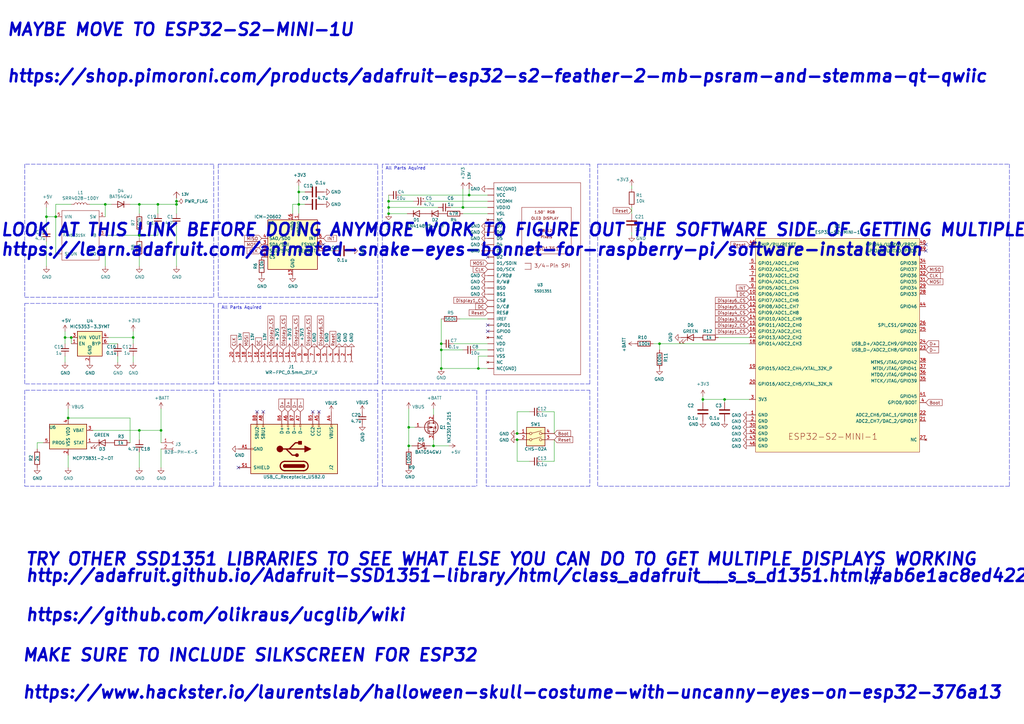
<source format=kicad_sch>
(kicad_sch (version 20211123) (generator eeschema)
  (paper "A3")
  (junction (at 180.975 140.97))
  (junction (at 212.09 180.34))
  (junction (at 189.865 85.09))
  (junction (at 159.385 87.63))
  (junction (at 180.975 151.13))
  (junction (at 297.18 163.83))
  (junction (at 26.67 138.43))
  (junction (at 57.15 176.53))
  (junction (at 167.64 182.88))
  (junction (at 196.215 151.13))
  (junction (at 192.405 80.01))
  (junction (at 212.09 177.8))
  (junction (at 19.05 88.9))
  (junction (at 122.555 83.82))
  (junction (at 64.77 83.82))
  (junction (at 57.15 83.82))
  (junction (at 167.64 175.26))
  (junction (at 159.385 85.09))
  (junction (at 57.15 96.52))
  (junction (at 177.8 182.88))
  (junction (at 159.385 82.55))
  (junction (at 72.39 82.55))
  (junction (at 180.975 143.51))
  (junction (at 122.555 78.74))
  (junction (at 43.18 83.82))
  (junction (at 54.61 138.43))
  (junction (at 288.29 163.83))
  (junction (at 270.51 140.97))
  (junction (at 29.21 138.43))
  (junction (at 22.86 88.9))
  (junction (at 66.04 176.53))
  (junction (at 72.39 83.82))
  (junction (at 27.94 171.45))
  (no_connect (at 132.715 100.33))
  (no_connect (at 97.79 191.77))
  (no_connect (at 200.025 105.41))
  (no_connect (at 379.73 102.87))
  (no_connect (at 379.73 100.33))
  (no_connect (at 200.025 133.35))
  (no_connect (at 107.95 168.91))
  (no_connect (at 105.41 168.91))
  (no_connect (at 128.27 168.91))
  (no_connect (at 130.81 168.91))
  (no_connect (at 200.025 135.89))
  (polyline (pts (xy 10.16 67.31) (xy 10.16 121.92)))
  (polyline (pts (xy 10.16 124.46) (xy 87.63 124.46)))
  (wire (pts (xy 200.025 130.81) (xy 188.595 130.81)))
  (wire (pts (xy 212.09 180.34) (xy 212.09 189.23)))
  (wire (pts (xy 64.77 83.82) (xy 72.39 83.82)))
  (wire (pts (xy 64.77 96.52) (xy 64.77 92.71)))
  (wire (pts (xy 177.8 182.88) (xy 176.53 182.88)))
  (wire (pts (xy 192.405 77.47) (xy 192.405 80.01)))
  (wire (pts (xy 192.405 80.01) (xy 164.465 80.01)))
  (wire (pts (xy 227.33 189.23) (xy 222.25 189.23)))
  (wire (pts (xy 227.33 177.8) (xy 227.33 168.91)))
  (wire (pts (xy 270.51 140.97) (xy 270.51 143.51)))
  (wire (pts (xy 43.18 109.22) (xy 43.18 104.14)))
  (wire (pts (xy 180.975 140.97) (xy 180.975 130.81)))
  (wire (pts (xy 125.095 83.82) (xy 122.555 83.82)))
  (polyline (pts (xy 90.17 199.39) (xy 90.17 160.02)))
  (polyline (pts (xy 156.845 160.02) (xy 195.58 160.02)))
  (polyline (pts (xy 10.16 121.92) (xy 87.63 121.92)))
  (wire (pts (xy 64.77 87.63) (xy 64.77 83.82)))
  (wire (pts (xy 217.17 168.91) (xy 212.09 168.91)))
  (polyline (pts (xy 10.16 160.02) (xy 10.16 199.39)))
  (wire (pts (xy 44.45 138.43) (xy 54.61 138.43)))
  (wire (pts (xy 66.04 191.77) (xy 66.04 184.15)))
  (wire (pts (xy 122.555 83.82) (xy 122.555 87.63)))
  (wire (pts (xy 297.18 163.83) (xy 297.18 165.1)))
  (wire (pts (xy 26.67 140.97) (xy 26.67 138.43)))
  (wire (pts (xy 288.29 163.83) (xy 297.18 163.83)))
  (wire (pts (xy 200.025 143.51) (xy 194.945 143.51)))
  (polyline (pts (xy 199.39 160.02) (xy 241.935 160.02)))
  (polyline (pts (xy 241.935 157.48) (xy 156.845 157.48)))
  (wire (pts (xy 27.94 171.45) (xy 53.34 171.45)))
  (wire (pts (xy 174.625 82.55) (xy 200.025 82.55)))
  (polyline (pts (xy 154.94 121.92) (xy 154.94 67.31)))
  (wire (pts (xy 19.05 109.22) (xy 19.05 99.06)))
  (polyline (pts (xy 154.94 67.31) (xy 89.535 67.31)))
  (polyline (pts (xy 241.935 157.48) (xy 241.935 67.31)))
  (wire (pts (xy 196.215 151.13) (xy 200.025 151.13)))
  (wire (pts (xy 177.8 182.88) (xy 184.15 182.88)))
  (wire (pts (xy 259.08 87.63) (xy 259.08 85.09)))
  (wire (pts (xy 53.34 171.45) (xy 53.34 181.61)))
  (wire (pts (xy 159.385 85.09) (xy 159.385 87.63)))
  (wire (pts (xy 168.91 182.88) (xy 167.64 182.88)))
  (wire (pts (xy 72.39 87.63) (xy 72.39 83.82)))
  (polyline (pts (xy 154.94 199.39) (xy 89.535 199.39)))
  (wire (pts (xy 167.64 184.15) (xy 167.64 182.88)))
  (wire (pts (xy 167.64 182.88) (xy 167.64 175.26)))
  (wire (pts (xy 167.64 175.26) (xy 170.18 175.26)))
  (polyline (pts (xy 154.94 157.48) (xy 89.535 157.48)))
  (wire (pts (xy 54.61 138.43) (xy 54.61 140.97)))
  (wire (pts (xy 66.04 176.53) (xy 66.04 181.61)))
  (wire (pts (xy 53.34 83.82) (xy 57.15 83.82)))
  (polyline (pts (xy 87.63 160.02) (xy 10.16 160.02)))
  (polyline (pts (xy 89.535 124.46) (xy 89.535 157.48)))
  (wire (pts (xy 19.05 85.09) (xy 19.05 88.9)))
  (wire (pts (xy 27.94 167.64) (xy 27.94 171.45)))
  (polyline (pts (xy 89.535 67.31) (xy 89.535 121.92)))
  (wire (pts (xy 57.15 97.79) (xy 57.15 96.52)))
  (wire (pts (xy 212.09 168.91) (xy 212.09 177.8)))
  (wire (pts (xy 192.405 80.01) (xy 200.025 80.01)))
  (polyline (pts (xy 87.63 199.39) (xy 87.63 160.02)))
  (wire (pts (xy 36.83 83.82) (xy 43.18 83.82)))
  (wire (pts (xy 57.15 176.53) (xy 66.04 176.53)))
  (wire (pts (xy 270.51 140.97) (xy 307.34 140.97)))
  (wire (pts (xy 122.555 76.2) (xy 122.555 78.74)))
  (polyline (pts (xy 10.16 157.48) (xy 10.16 124.46)))
  (polyline (pts (xy 241.935 199.39) (xy 199.39 199.39)))
  (wire (pts (xy 19.05 88.9) (xy 19.05 93.98)))
  (wire (pts (xy 132.715 102.87) (xy 136.525 102.87)))
  (polyline (pts (xy 154.94 160.02) (xy 89.535 160.02)))
  (wire (pts (xy 26.67 148.59) (xy 26.67 146.05)))
  (wire (pts (xy 43.18 83.82) (xy 43.18 88.9)))
  (wire (pts (xy 177.8 182.88) (xy 177.8 180.34)))
  (wire (pts (xy 15.24 184.15) (xy 15.24 181.61)))
  (wire (pts (xy 122.555 78.74) (xy 122.555 83.82)))
  (wire (pts (xy 189.865 143.51) (xy 180.975 143.51)))
  (wire (pts (xy 189.865 87.63) (xy 200.025 87.63)))
  (wire (pts (xy 44.45 140.97) (xy 48.26 140.97)))
  (wire (pts (xy 72.39 82.55) (xy 72.39 83.82)))
  (wire (pts (xy 169.545 82.55) (xy 159.385 82.55)))
  (wire (pts (xy 180.975 143.51) (xy 180.975 151.13)))
  (wire (pts (xy 22.86 88.9) (xy 22.86 104.14)))
  (wire (pts (xy 27.94 191.77) (xy 27.94 186.69)))
  (wire (pts (xy 125.095 78.74) (xy 122.555 78.74)))
  (wire (pts (xy 26.67 138.43) (xy 26.67 135.89)))
  (polyline (pts (xy 245.11 67.31) (xy 414.02 67.31)))
  (wire (pts (xy 22.86 83.82) (xy 29.21 83.82)))
  (wire (pts (xy 184.785 85.09) (xy 189.865 85.09)))
  (wire (pts (xy 38.1 176.53) (xy 57.15 176.53)))
  (polyline (pts (xy 87.63 67.31) (xy 10.16 67.31)))
  (wire (pts (xy 57.15 191.77) (xy 57.15 185.42)))
  (wire (pts (xy 189.865 77.47) (xy 189.865 85.09)))
  (wire (pts (xy 196.215 146.05) (xy 196.215 151.13)))
  (wire (pts (xy 200.025 146.05) (xy 196.215 146.05)))
  (wire (pts (xy 43.18 83.82) (xy 45.72 83.82)))
  (polyline (pts (xy 154.94 157.48) (xy 154.94 124.46)))
  (polyline (pts (xy 154.94 124.46) (xy 89.535 124.46)))
  (wire (pts (xy 159.385 82.55) (xy 159.385 80.01)))
  (wire (pts (xy 72.39 81.28) (xy 72.39 82.55)))
  (polyline (pts (xy 414.02 67.31) (xy 414.02 199.39)))
  (polyline (pts (xy 156.845 160.02) (xy 156.845 199.39)))
  (polyline (pts (xy 199.39 160.02) (xy 199.39 199.39)))
  (wire (pts (xy 259.08 96.52) (xy 259.08 95.25)))
  (wire (pts (xy 54.61 148.59) (xy 54.61 146.05)))
  (wire (pts (xy 57.15 96.52) (xy 64.77 96.52)))
  (wire (pts (xy 22.86 88.9) (xy 19.05 88.9)))
  (wire (pts (xy 180.975 143.51) (xy 180.975 140.97)))
  (wire (pts (xy 189.865 85.09) (xy 200.025 85.09)))
  (wire (pts (xy 29.21 138.43) (xy 26.67 138.43)))
  (wire (pts (xy 120.015 83.82) (xy 122.555 83.82)))
  (polyline (pts (xy 156.845 199.39) (xy 195.58 199.39)))
  (wire (pts (xy 57.15 96.52) (xy 57.15 95.25)))
  (polyline (pts (xy 10.16 199.39) (xy 87.63 199.39)))
  (wire (pts (xy 159.385 82.55) (xy 159.385 85.09)))
  (wire (pts (xy 167.64 167.64) (xy 167.64 175.26)))
  (wire (pts (xy 57.15 109.22) (xy 57.15 105.41)))
  (polyline (pts (xy 156.845 67.31) (xy 156.845 157.48)))
  (polyline (pts (xy 241.935 160.02) (xy 241.935 199.39)))
  (polyline (pts (xy 195.58 160.02) (xy 195.58 199.39)))
  (wire (pts (xy 29.21 138.43) (xy 29.21 140.97)))
  (wire (pts (xy 54.61 135.89) (xy 54.61 138.43)))
  (polyline (pts (xy 154.94 199.39) (xy 154.94 160.02)))
  (wire (pts (xy 227.33 168.91) (xy 222.25 168.91)))
  (wire (pts (xy 297.18 163.83) (xy 307.34 163.83)))
  (wire (pts (xy 180.975 151.13) (xy 196.215 151.13)))
  (wire (pts (xy 212.09 189.23) (xy 217.17 189.23)))
  (wire (pts (xy 186.055 140.97) (xy 200.025 140.97)))
  (polyline (pts (xy 89.535 121.92) (xy 154.94 121.92)))
  (wire (pts (xy 288.29 163.83) (xy 288.29 165.1)))
  (wire (pts (xy 57.15 176.53) (xy 57.15 180.34)))
  (polyline (pts (xy 245.11 67.31) (xy 245.11 199.39)))
  (wire (pts (xy 66.04 176.53) (xy 66.04 167.64)))
  (wire (pts (xy 288.29 162.56) (xy 288.29 163.83)))
  (wire (pts (xy 267.97 140.97) (xy 270.51 140.97)))
  (wire (pts (xy 177.8 167.64) (xy 177.8 170.18)))
  (polyline (pts (xy 414.02 199.39) (xy 245.11 199.39)))
  (wire (pts (xy 159.385 85.09) (xy 179.705 85.09)))
  (wire (pts (xy 57.15 83.82) (xy 64.77 83.82)))
  (wire (pts (xy 48.26 148.59) (xy 48.26 146.05)))
  (wire (pts (xy 159.385 87.63) (xy 167.005 87.63)))
  (wire (pts (xy 227.33 180.34) (xy 227.33 189.23)))
  (wire (pts (xy 259.08 77.47) (xy 259.08 76.2)))
  (wire (pts (xy 294.64 138.43) (xy 307.34 138.43)))
  (wire (pts (xy 57.15 83.82) (xy 57.15 87.63)))
  (wire (pts (xy 72.39 109.22) (xy 72.39 92.71)))
  (wire (pts (xy 15.24 181.61) (xy 17.78 181.61)))
  (polyline (pts (xy 241.935 67.31) (xy 156.845 67.31)))
  (wire (pts (xy 22.86 88.9) (xy 22.86 83.82)))
  (polyline (pts (xy 87.63 124.46) (xy 87.63 157.48)))
  (wire (pts (xy 43.18 96.52) (xy 57.15 96.52)))
  (polyline (pts (xy 87.63 121.92) (xy 87.63 67.31)))
  (wire (pts (xy 120.015 87.63) (xy 120.015 83.82)))
  (polyline (pts (xy 87.63 157.48) (xy 10.16 157.48)))
  (text "WHERE SHOULD DC, INT AND RST GO" (at 422.91 232.41 0) (effects (font (size 5 5) (thickness 1) bold italic) (justify left bottom)))
  (text "DOES DISPLAY CONNECTOR HAVE PINS ON BOTH TOP AND BOTTOM,\nIF NOT CHECK AS DISPLAY FLEX CABLE IS FACING UP" (at 422.91 113.03 0) (effects (font (size 5 5) (thickness 1) bold italic) (justify left bottom)))
  (text "TRY OTHER SSD1351 LIBRARIES TO SEE WHAT ELSE YOU CAN DO TO GET MULTIPLE DISPLAYS WORKING" (at 10.16 232.41 0) (effects (font (size 5 5) (thickness 1) bold italic) (justify left bottom)))
  (text "DOUBLE CHECK Autoprogram is the same as one on ESP32 Devboard, where the buttons dont\ninterfere with the autoprogramming from the usb" (at 422.91 88.9 0) (effects (font (size 5 5) (thickness 1) bold italic) (justify left bottom)))
  (text "https://shop.pimoroni.com/products/adafruit-esp32-s2-feather-2-mb-psram-and-stemma-qt-qwiic" (at 2.54 34.29 0) (effects (font (size 5 5) (thickness 1) bold italic) (justify left bottom)))
  (text "MAKE SURE TO INCLUDE SILKSCREEN FOR ESP32" (at 8.89 271.78 0) (effects (font (size 5 5) (thickness 1) bold italic) (justify left bottom)))
  (text "LOOK AT THIS LINK BEFORE DOING ANYMORE WORK TO FIGURE OUT THE SOFTWARE SIDE OF GETTING MULTIPLE DISPLAYS WORKING AT ONCE\nhttps://learn.adafruit.com/animated-snake-eyes-bonnet-for-raspberry-pi/software-installation" (at 0 105.41 0) (effects (font (size 5 5) (thickness 1) bold italic) (justify left bottom)))
  (text "https://www.hackster.io/laurentslab/halloween-skull-costume-with-uncanny-eyes-on-esp32-376a13" (at 8.89 287.02 0) (effects (font (size 5 5) (thickness 1) bold italic) (justify left bottom)))
  (text "LC709203 TO MONITOR BATTER AND BATTERY PERCENTAGE. IT CAN BE USED OVER I2C" (at 422.91 251.46 0) (effects (font (size 5 5) (thickness 1) bold italic) (justify left bottom)))
  (text "All Parts Aquired" (at 90.805 127 0) (effects (font (size 1.27 1.27)) (justify left bottom)))
  (text "HOW MUCH VOLTAGE/CURRENT CAN THE ANALOG\nPINS TAKE FROM THE BATTERRY TO MEASURE CAPACITY\n" (at 422.91 173.99 0) (effects (font (size 5 5) (thickness 1) bold italic) (justify left bottom)))
  (text "DOUBLE CHECK DISPLAY CONNECTOR/BOARD CONNECTORS ARE CORRECT" (at 422.91 63.5 0) (effects (font (size 5 5) (thickness 1) bold italic) (justify left bottom)))
  (text "http://adafruit.github.io/Adafruit-SSD1351-library/html/class_adafruit___s_s_d1351.html#ab6e1ac8ed42279367c60977c8bf3fb4f\n\nhttps://github.com/olikraus/ucglib/wiki" (at 10.16 255.27 0) (effects (font (size 5 5) (thickness 1) bold italic) (justify left bottom)))
  (text "ADD INTERNAL LED TO USE AS HELLO WORLD" (at 422.91 215.9 0) (effects (font (size 5 5) (thickness 1) bold italic) (justify left bottom)))
  (text "MAYBE MOVE TO ESP32-S2-MINI-1U" (at 2.54 15.24 0) (effects (font (size 5 5) (thickness 1) bold italic) (justify left bottom)))
  (text "All Parts Aquired" (at 158.115 69.85 0) (effects (font (size 1.27 1.27)) (justify left bottom)))
  (text "DO THE CC PINS ON USB NEED TO BE INCLUDED?" (at 422.91 148.59 0) (effects (font (size 5 5) (thickness 1) bold italic) (justify left bottom)))
  (text "https://docs.espressif.com/projects/esp-idf/en/latest/esp32s2/api-reference/peripherals/spi_master.html#overview-of-esp32-s2-s-spi-peripherals\n\nSPI2 HAS 6 CS PINS, THEN USE SPI3 FOR ICM20602\n\n" (at 1.27 -3.81 0) (effects (font (size 5 5) (thickness 1) bold italic) (justify left bottom)))
  (global_label "Display2_CS" (shape input) (at 307.34 133.35 180) (property "Intersheet References" "${INTERSHEET_REFS}" (effects hide)))
  (global_label "Display4_CS" (shape input) (at 307.34 128.27 180) (property "Intersheet References" "${INTERSHEET_REFS}" (effects hide)))
  (global_label "Display6_CS" (shape input) (at 307.34 123.19 180) (property "Intersheet References" "${INTERSHEET_REFS}" (effects hide)))
  (global_label "D+" (shape input) (at 118.11 168.91 90) (property "Intersheet References" "${INTERSHEET_REFS}" (effects hide)))
  (global_label "D-" (shape input) (at 379.73 143.51 0) (property "Intersheet References" "${INTERSHEET_REFS}" (effects hide)))
  (global_label "Display6_CS" (shape input) (at 131.445 143.51 90) (property "Intersheet References" "${INTERSHEET_REFS}" (effects hide)))
  (global_label "MOSI" (shape input) (at 200.025 107.95 180) (property "Intersheet References" "${INTERSHEET_REFS}" (effects hide)))
  (global_label "D-" (shape input) (at 123.19 168.91 90) (property "Intersheet References" "${INTERSHEET_REFS}" (effects hide)))
  (global_label "MOSI" (shape input) (at 100.965 143.51 90) (property "Intersheet References" "${INTERSHEET_REFS}" (effects hide)))
  (global_label "DC" (shape input) (at 200.025 125.73 180) (property "Intersheet References" "${INTERSHEET_REFS}" (effects hide)))
  (global_label "D-" (shape input) (at 120.65 168.91 90) (property "Intersheet References" "${INTERSHEET_REFS}" (effects hide)))
  (global_label "MOSI" (shape input) (at 107.315 100.33 180) (property "Intersheet References" "${INTERSHEET_REFS}" (effects hide)))
  (global_label "INT" (shape input) (at 132.715 97.79 0) (property "Intersheet References" "${INTERSHEET_REFS}" (effects hide)))
  (global_label "CLK" (shape input) (at 95.885 143.51 90) (property "Intersheet References" "${INTERSHEET_REFS}" (effects hide)))
  (global_label "CLK" (shape input) (at 107.315 102.87 180) (property "Intersheet References" "${INTERSHEET_REFS}" (effects hide)))
  (global_label "CLK" (shape input) (at 200.025 110.49 180) (property "Intersheet References" "${INTERSHEET_REFS}" (effects hide)))
  (global_label "Display1_CS" (shape input) (at 307.34 135.89 180) (property "Intersheet References" "${INTERSHEET_REFS}" (effects hide)))
  (global_label "CLK" (shape input) (at 379.73 113.03 0) (property "Intersheet References" "${INTERSHEET_REFS}" (effects hide)))
  (global_label "D+" (shape input) (at 379.73 140.97 0) (property "Intersheet References" "${INTERSHEET_REFS}" (effects hide)))
  (global_label "Boot" (shape input) (at 227.33 177.8 0) (property "Intersheet References" "${INTERSHEET_REFS}" (effects hide)))
  (global_label "DC" (shape input) (at 307.34 120.65 180) (property "Intersheet References" "${INTERSHEET_REFS}" (effects hide)))
  (global_label "D+" (shape input) (at 115.57 168.91 90) (property "Intersheet References" "${INTERSHEET_REFS}" (effects hide)))
  (global_label "Display2_CS" (shape input) (at 111.125 143.51 90) (property "Intersheet References" "${INTERSHEET_REFS}" (effects hide)))
  (global_label "Display4_CS" (shape input) (at 121.285 143.51 90) (property "Intersheet References" "${INTERSHEET_REFS}" (effects hide)))
  (global_label "Reset" (shape input) (at 227.33 180.34 0) (property "Intersheet References" "${INTERSHEET_REFS}" (effects hide)))
  (global_label "Display5_CS" (shape input) (at 126.365 143.51 90) (property "Intersheet References" "${INTERSHEET_REFS}" (effects hide)))
  (global_label "DC" (shape input) (at 106.045 143.51 90) (property "Intersheet References" "${INTERSHEET_REFS}" (effects hide)))
  (global_label "Display3_CS" (shape input) (at 116.205 143.51 90) (property "Intersheet References" "${INTERSHEET_REFS}" (effects hide)))
  (global_label "Display1_CS" (shape input) (at 200.025 123.19 180) (property "Intersheet References" "${INTERSHEET_REFS}" (effects hide)))
  (global_label "Boot" (shape input) (at 379.73 165.1 0) (property "Intersheet References" "${INTERSHEET_REFS}" (effects hide)))
  (global_label "Reset" (shape input) (at 200.025 128.27 180) (property "Intersheet References" "${INTERSHEET_REFS}" (effects hide)))
  (global_label "INT" (shape input) (at 307.34 118.11 180) (property "Intersheet References" "${INTERSHEET_REFS}" (effects hide)))
  (global_label "MOSI" (shape input) (at 379.73 115.57 0) (property "Intersheet References" "${INTERSHEET_REFS}" (effects hide)))
  (global_label "Display5_CS" (shape input) (at 307.34 125.73 180) (property "Intersheet References" "${INTERSHEET_REFS}" (effects hide)))
  (global_label "Reset" (shape input) (at 136.525 143.51 90) (property "Intersheet References" "${INTERSHEET_REFS}" (effects hide)))
  (global_label "Reset" (shape input) (at 307.34 100.33 180) (property "Intersheet References" "${INTERSHEET_REFS}" (effects hide)))
  (global_label "MISO" (shape input) (at 379.73 110.49 0) (property "Intersheet References" "${INTERSHEET_REFS}" (effects hide)))
  (global_label "Display3_CS" (shape input) (at 307.34 130.81 180) (property "Intersheet References" "${INTERSHEET_REFS}" (effects hide)))
  (global_label "Reset" (shape input) (at 259.08 86.36 180) (property "Intersheet References" "${INTERSHEET_REFS}" (effects hide)))
  (global_label "MISO" (shape input) (at 107.315 97.79 180) (property "Intersheet References" "${INTERSHEET_REFS}" (effects hide)))
  (symbol (lib_id "D1(Motherboard)-rescue:4DOLED-282815-Adafruit_1.5_128x128_RGB_OLED-eagle-import") (at 220.345 113.03 0) (unit 1)
    (property "Reference" "U3" (at 220.345 116.84 0) (effects (font (size 1.0668 1.0668)) (justify left)))
    (property "Value" "SSD1351" (at 219.075 119.38 0) (effects (font (size 1.0668 1.0668)) (justify left)))
    (property "Footprint" "D1(Motherboard):WR-FPC_0.5mm_ZIF_H" (effects hide))
  )
  (symbol (lib_id "Device:C") (at 140.335 102.87 270) (unit 1)
    (property "Reference" "C11" (at 137.795 101.6 90))
    (property "Value" "0.1u" (at 140.335 106.68 90))
    (property "Footprint" "Capacitor_SMD:C_0603_1608Metric" (effects hide))
  )
  (symbol (lib_id "power:GND") (at 144.145 102.87 90) (unit 1)
    (property "Reference" "#PWR0119" (effects hide))
    (property "Value" "GND" (at 148.5392 102.743 0))
  )
  (symbol (lib_id "power:GND") (at 132.715 78.74 90) (unit 1)
    (property "Reference" "#PWR0120" (effects hide))
    (property "Value" "GND" (at 137.795 78.74 90))
  )
  (symbol (lib_id "power:+3.3V") (at 118.745 143.51 0) (unit 1)
    (property "Reference" "#PWR0112" (effects hide))
    (property "Value" "+3.3V" (at 118.745 137.16 90))
  )
  (symbol (lib_id "power:+3.3V") (at 113.665 143.51 0) (unit 1)
    (property "Reference" "#PWR0114" (effects hide))
    (property "Value" "+3.3V" (at 113.665 137.16 90))
  )
  (symbol (lib_id "Device:C") (at 128.905 78.74 270) (unit 1)
    (property "Reference" "C10" (at 126.365 76.2 90))
    (property "Value" "0.1u" (at 131.445 74.93 90))
    (property "Footprint" "Capacitor_SMD:C_0603_1608Metric" (effects hide))
  )
  (symbol (lib_id "power:GND") (at 107.315 113.03 0) (unit 1)
    (property "Reference" "#PWR0117" (effects hide))
    (property "Value" "GND" (at 107.442 117.4242 0))
  )
  (symbol (lib_id "power:GND") (at 200.025 120.65 270) (unit 1)
    (property "Reference" "#PWR0102" (effects hide))
    (property "Value" "GND" (at 194.945 120.65 90))
  )
  (symbol (lib_id "power:GND") (at 200.025 118.11 270) (unit 1)
    (property "Reference" "#PWR0101" (effects hide))
    (property "Value" "GND" (at 194.945 118.11 90))
  )
  (symbol (lib_id "Device:C_Small") (at 183.515 140.97 270) (unit 1)
    (property "Reference" "C7" (at 186.055 139.7 90))
    (property "Value" "0.1u" (at 186.055 142.24 90))
    (property "Footprint" "Capacitor_SMD:C_0603_1608Metric" (effects hide))
  )
  (symbol (lib_id "Device:C_Small") (at 192.405 143.51 270) (unit 1)
    (property "Reference" "C8" (at 194.945 142.24 90))
    (property "Value" "10u" (at 194.945 144.78 90))
    (property "Footprint" "Capacitor_SMD:C_0603_1608Metric" (effects hide))
  )
  (symbol (lib_id "Device:R") (at 184.785 130.81 270) (unit 1)
    (property "Reference" "R5" (at 184.785 128.27 90))
    (property "Value" "560k" (at 184.785 130.81 90))
    (property "Footprint" "Resistor_SMD:R_0603_1608Metric" (effects hide))
  )
  (symbol (lib_id "power:GND") (at 180.975 151.13 0) (unit 1)
    (property "Reference" "#PWR0103" (effects hide))
    (property "Value" "GND" (at 180.975 154.94 0))
  )
  (symbol (lib_id "power:+3.3V") (at 189.865 77.47 0) (unit 1)
    (property "Reference" "#PWR0105" (effects hide))
    (property "Value" "+3.3V" (at 189.865 71.12 90))
  )
  (symbol (lib_id "power:GND") (at 200.025 77.47 270) (unit 1)
    (property "Reference" "#PWR0104" (effects hide))
    (property "Value" "GND" (at 194.945 77.47 90))
  )
  (symbol (lib_name "C_Small_1") (lib_id "Device:C_Small") (at 161.925 80.01 270) (unit 1)
    (property "Reference" "C4" (at 164.465 78.74 90))
    (property "Value" "10u" (at 164.465 81.28 90))
    (property "Footprint" "Capacitor_SMD:C_0603_1608Metric" (effects hide))
  )
  (symbol (lib_id "Device:C_Small") (at 182.245 85.09 270) (unit 1)
    (property "Reference" "C6" (at 184.785 81.28 90))
    (property "Value" "1u" (at 184.785 83.82 90))
    (property "Footprint" "Capacitor_SMD:C_0603_1608Metric" (effects hide))
  )
  (symbol (lib_id "Device:D") (at 170.815 87.63 0) (unit 1)
    (property "Reference" "D1" (at 170.815 90.17 0))
    (property "Value" "1N4148WS-7-F" (at 174.625 92.71 0))
    (property "Footprint" "Diode_SMD:D_SOD-323" (effects hide))
  )
  (symbol (lib_id "Device:D") (at 178.435 87.63 0) (unit 1)
    (property "Reference" "D2" (at 178.435 90.17 0))
    (property "Value" "1N4148WS-7-F" (effects hide))
    (property "Footprint" "Diode_SMD:D_SOD-323" (effects hide))
  )
  (symbol (lib_id "Device:R") (at 186.055 87.63 270) (unit 1)
    (property "Reference" "R4" (at 186.055 90.17 90))
    (property "Value" "47R" (at 186.055 87.63 90))
    (property "Footprint" "Resistor_SMD:R_0603_1608Metric" (effects hide))
  )
  (symbol (lib_id "power:GND") (at 159.385 87.63 0) (unit 1)
    (property "Reference" "#PWR0106" (effects hide))
    (property "Value" "GND" (at 159.385 92.71 90))
  )
  (symbol (lib_id "Connector:Conn_01x20_Female") (at 121.285 148.59 270) (unit 1)
    (property "Reference" "J1" (at 119.507 150.4442 90))
    (property "Value" "WR-FPC_0.5mm_ZIF_V" (at 119.507 152.7556 90))
    (property "Footprint" "D1(Motherboard):WR-FPC_0.50_SMT_ZIF_V" (effects hide))
  )
  (symbol (lib_id "power:+3.3V") (at 122.555 76.2 0) (unit 1)
    (property "Reference" "#PWR0107" (effects hide))
    (property "Value" "+3.3V" (at 122.936 71.8058 0))
  )
  (symbol (lib_id "Device:C") (at 128.905 83.82 270) (unit 1)
    (property "Reference" "C9" (at 123.825 81.28 90) (effects (justify left)))
    (property "Value" "4.7u" (at 130.175 81.28 90) (effects (justify left)))
    (property "Footprint" "Capacitor_SMD:C_0603_1608Metric" (effects hide))
  )
  (symbol (lib_id "Device:R") (at 107.315 109.22 0) (unit 1)
    (property "Reference" "R6" (at 104.775 110.49 90) (effects (justify left)))
    (property "Value" "10k" (at 107.315 110.49 90) (effects (justify left)))
    (property "Footprint" "Resistor_SMD:R_0603_1608Metric" (effects hide))
  )
  (symbol (lib_id "power:GND") (at 200.025 115.57 270) (unit 1)
    (property "Reference" "#PWR0131" (effects hide))
    (property "Value" "GND" (at 194.945 115.57 90))
  )
  (symbol (lib_id "power:GND") (at 200.025 113.03 270) (unit 1)
    (property "Reference" "#PWR0133" (effects hide))
    (property "Value" "GND" (at 194.945 113.03 90))
  )
  (symbol (lib_id "power:GND") (at 200.025 102.87 270) (unit 1)
    (property "Reference" "#PWR0134" (effects hide))
    (property "Value" "GND" (at 194.945 102.87 90))
  )
  (symbol (lib_id "power:GND") (at 200.025 100.33 270) (unit 1)
    (property "Reference" "#PWR0135" (effects hide))
    (property "Value" "GND" (at 194.945 100.33 90))
  )
  (symbol (lib_id "power:GND") (at 200.025 97.79 270) (unit 1)
    (property "Reference" "#PWR0136" (effects hide))
    (property "Value" "GND" (at 194.945 97.79 90))
  )
  (symbol (lib_id "power:GND") (at 200.025 95.25 270) (unit 1)
    (property "Reference" "#PWR0137" (effects hide))
    (property "Value" "GND" (at 194.945 95.25 90))
  )
  (symbol (lib_id "power:GND") (at 200.025 92.71 270) (unit 1)
    (property "Reference" "#PWR0138" (effects hide))
    (property "Value" "GND" (at 194.945 92.71 90))
  )
  (symbol (lib_id "power:GND") (at 128.905 143.51 180) (unit 1)
    (property "Reference" "#PWR0139" (effects hide))
    (property "Value" "GND" (at 128.905 138.43 90))
  )
  (symbol (lib_id "Sensor_Motion:ICM-20602") (at 120.015 100.33 0) (unit 1)
    (property "Reference" "U2" (at 111.125 91.44 0))
    (property "Value" "ICM-20602" (at 109.855 88.9 0))
    (property "Footprint" "Package_LGA:LGA-16_3x3mm_P0.5mm_LayoutBorder3x5y" (effects hide))
    (property "Datasheet" "http://www.invensense.com/wp-content/uploads/2016/10/DS-000176-ICM-20602-v1.0.pdf" (effects hide))
  )
  (symbol (lib_id "Switch:SW_DIP_x02") (at 219.71 180.34 0) (unit 1)
    (property "Reference" "SW1" (at 219.71 173.99 0))
    (property "Value" "CHS-02A" (at 219.71 184.15 0))
    (property "Footprint" "Button_Switch_SMD:SW_DIP_SPSTx02_Slide_Copal_CHS-02A_W5.08mm_P1.27mm_JPin" (effects hide))
  )
  (symbol (lib_id "Device:C_Small") (at 219.71 168.91 270) (unit 1)
    (property "Reference" "C12" (at 222.25 167.64 90))
    (property "Value" "0.1u" (at 222.25 170.18 90))
    (property "Footprint" "Capacitor_SMD:C_0603_1608Metric" (effects hide))
  )
  (symbol (lib_id "Device:C_Small") (at 219.71 189.23 270) (unit 1)
    (property "Reference" "C13" (at 222.25 187.96 90))
    (property "Value" "0.1u" (at 222.25 190.5 90))
    (property "Footprint" "Capacitor_SMD:C_0603_1608Metric" (effects hide))
  )
  (symbol (lib_id "power:GND") (at 212.09 177.8 270) (unit 1)
    (property "Reference" "#PWR0110" (effects hide))
    (property "Value" "GND" (at 208.8388 177.927 90) (effects (justify right)))
  )
  (symbol (lib_id "power:GND") (at 212.09 180.34 270) (unit 1)
    (property "Reference" "#PWR0118" (effects hide))
    (property "Value" "GND" (at 208.8388 180.467 90) (effects (justify right)))
  )
  (symbol (lib_id "power:GND") (at 132.715 83.82 90) (unit 1)
    (property "Reference" "#PWR0108" (effects hide))
    (property "Value" "GND" (at 137.795 83.82 90))
  )
  (symbol (lib_id "power:GND") (at 120.015 113.03 0) (unit 1)
    (property "Reference" "#PWR0109" (effects hide))
    (property "Value" "GND" (at 120.142 117.4242 0))
  )
  (symbol (lib_id "D1(Motherboard)-rescue:FAN5331-Adafruit_1.5_128x128_RGB_OLED-eagle-import") (at 33.02 96.52 0) (unit 1)
    (property "Reference" "U5" (at 26.67 93.98 0) (effects (font (size 1.0668 1.0668))))
    (property "Value" "FAN5331SX" (at 30.48 96.52 0) (effects (font (size 1.0668 1.0668))))
    (property "Footprint" "Package_TO_SOT_SMD:SOT-23-5" (effects hide))
  )
  (symbol (lib_id "D1(Motherboard)-rescue:13V-Adafruit_1.5_128x128_RGB_OLED-eagle-import") (at 98.425 140.97 0) (unit 1)
    (property "Reference" "#U0101" (effects hide))
    (property "Value" "13V" (at 98.425 139.7 90) (effects (font (size 1.0668 1.0668)) (justify left)))
  )
  (symbol (lib_id "D1(Motherboard)-rescue:13V-Adafruit_1.5_128x128_RGB_OLED-eagle-import") (at 103.505 140.97 0) (unit 1)
    (property "Reference" "#U0102" (effects hide))
    (property "Value" "13V" (at 103.505 139.7 90) (effects (font (size 1.0668 1.0668)) (justify left)))
  )
  (symbol (lib_id "Regulator_Linear:MIC5353-3.3YMT") (at 36.83 140.97 0) (unit 1)
    (property "Reference" "U4" (at 36.83 131.6482 0))
    (property "Value" "MIC5353-3.3YMT" (at 36.83 133.9596 0))
    (property "Footprint" "Package_DFN_QFN:MLF-6-1EP_1.6x1.6mm_P0.5mm_EP0.5x1.26mm" (effects hide))
    (property "Datasheet" "http://ww1.microchip.com/downloads/en/DeviceDoc/mic5353.pdf" (effects hide))
  )
  (symbol (lib_id "Battery_Management:MCP73831-2-OT") (at 27.94 179.07 0) (unit 1)
    (property "Reference" "U6" (at 21.59 175.26 0))
    (property "Value" "MCP73831-2-OT" (at 38.1 187.96 0))
    (property "Footprint" "Package_TO_SOT_SMD:SOT-23-5" (effects hide))
    (property "Datasheet" "http://ww1.microchip.com/downloads/en/DeviceDoc/20001984g.pdf" (effects hide))
  )
  (symbol (lib_id "Connector:Conn_01x02_Female") (at 71.12 181.61 0) (unit 1)
    (property "Reference" "J3" (at 71.8312 182.2196 0) (effects (justify left)))
    (property "Value" "B2B-PH-K-S" (at 67.31 185.42 0) (effects (justify left)))
    (property "Footprint" "Connector_JST:JST_PH_B2B-PH-K_1x02_P2.00mm_Vertical" (effects hide))
  )
  (symbol (lib_id "D1(Motherboard)-rescue:13V-Adafruit_1.5_128x128_RGB_OLED-eagle-import") (at 192.405 74.93 0) (unit 1)
    (property "Reference" "#U0103" (effects hide))
    (property "Value" "13V" (at 192.405 73.66 90) (effects (font (size 1.0668 1.0668)) (justify left)))
  )
  (symbol (lib_id "Device:R") (at 15.24 187.96 0) (unit 1)
    (property "Reference" "R2" (at 12.7 189.23 90) (effects (justify left)))
    (property "Value" "2k" (at 15.24 189.23 90) (effects (justify left)))
    (property "Footprint" "Resistor_SMD:R_0603_1608Metric" (effects hide))
  )
  (symbol (lib_id "power:GND") (at 15.24 191.77 0) (unit 1)
    (property "Reference" "#PWR0128" (effects hide))
    (property "Value" "GND" (at 15.367 196.1642 0))
  )
  (symbol (lib_id "Device:R") (at 49.53 181.61 270) (unit 1)
    (property "Reference" "R3" (at 48.26 179.07 90) (effects (justify left)))
    (property "Value" "1k" (at 48.26 181.61 90) (effects (justify left)))
    (property "Footprint" "Resistor_SMD:R_0603_1608Metric" (effects hide))
  )
  (symbol (lib_id "Device:D_Schottky") (at 172.72 182.88 180) (unit 1)
    (property "Reference" "D5" (at 171.45 180.34 0) (effects (justify right)))
    (property "Value" "BATG54GWJ" (at 170.18 185.42 0) (effects (justify right)))
    (property "Footprint" "Diode_SMD:D_SOD-123" (effects hide))
  )
  (symbol (lib_id "Device:Q_PMOS_GDS") (at 175.26 175.26 0) (unit 1)
    (property "Reference" "Q1" (at 181.61 175.26 0))
    (property "Value" "NX2301P.215" (at 184.15 175.26 90))
    (property "Footprint" "Package_TO_SOT_SMD:SOT-23" (effects hide))
  )
  (symbol (lib_id "Device:R") (at 167.64 187.96 180) (unit 1)
    (property "Reference" "R9" (at 170.18 191.77 0) (effects (justify left)))
    (property "Value" "100k" (at 167.64 185.42 90) (effects (justify left)))
    (property "Footprint" "Resistor_SMD:R_0603_1608Metric" (effects hide))
  )
  (symbol (lib_id "Device:LED") (at 41.91 181.61 0) (unit 1)
    (property "Reference" "D3" (at 41.91 184.15 0))
    (property "Value" "GREEN" (at 41.7322 178.4096 0))
    (property "Footprint" "LED_SMD:LED_0603_1608Metric" (effects hide))
  )
  (symbol (lib_id "power:GND") (at 133.985 143.51 180) (unit 1)
    (property "Reference" "#PWR0123" (effects hide))
    (property "Value" "GND" (at 133.985 138.43 90))
  )
  (symbol (lib_id "power:GND") (at 139.065 143.51 180) (unit 1)
    (property "Reference" "#PWR0124" (effects hide))
    (property "Value" "GND" (at 139.065 138.43 90))
  )
  (symbol (lib_id "power:GND") (at 141.605 143.51 180) (unit 1)
    (property "Reference" "#PWR0125" (effects hide))
    (property "Value" "GND" (at 141.605 138.43 90))
  )
  (symbol (lib_id "power:GND") (at 144.145 143.51 180) (unit 1)
    (property "Reference" "#PWR0126" (effects hide))
    (property "Value" "GND" (at 144.145 138.43 90))
  )
  (symbol (lib_id "D1(Motherboard)-rescue:13V-Adafruit_1.5_128x128_RGB_OLED-eagle-import") (at 108.585 140.97 0) (unit 1)
    (property "Reference" "#U0104" (effects hide))
    (property "Value" "13V" (at 108.585 139.7 90) (effects (font (size 1.0668 1.0668)) (justify left)))
  )
  (symbol (lib_id "power:GND") (at 27.94 191.77 0) (unit 1)
    (property "Reference" "#PWR0129" (effects hide))
    (property "Value" "GND" (at 28.067 196.1642 0))
  )
  (symbol (lib_id "power:+3.3V") (at 123.825 143.51 0) (unit 1)
    (property "Reference" "#PWR0111" (effects hide))
    (property "Value" "+3.3V" (at 123.825 137.16 90))
  )
  (symbol (lib_id "Device:C_Small") (at 57.15 182.88 180) (unit 1)
    (property "Reference" "C18" (at 59.69 184.15 0))
    (property "Value" "4.7u" (at 54.61 184.15 0))
    (property "Footprint" "Capacitor_SMD:C_0603_1608Metric" (effects hide))
  )
  (symbol (lib_id "power:GND") (at 57.15 191.77 0) (unit 1)
    (property "Reference" "#PWR0130" (effects hide))
    (property "Value" "GND" (at 57.277 196.1642 0))
  )
  (symbol (lib_id "power:+5V") (at 184.15 182.88 270) (unit 1)
    (property "Reference" "#PWR0132" (effects hide))
    (property "Value" "+5V" (at 184.785 185.42 90) (effects (justify left)))
  )
  (symbol (lib_id "power:+5V") (at 26.67 135.89 0) (unit 1)
    (property "Reference" "#PWR0140" (effects hide))
    (property "Value" "+5V" (at 27.051 131.4958 0))
  )
  (symbol (lib_id "Device:C_Small") (at 26.67 143.51 180) (unit 1)
    (property "Reference" "C15" (at 24.13 142.24 0))
    (property "Value" "1u" (at 24.13 144.78 0))
    (property "Footprint" "Capacitor_SMD:C_0603_1608Metric" (effects hide))
  )
  (symbol (lib_id "Device:C_Small") (at 48.26 143.51 180) (unit 1)
    (property "Reference" "C16" (at 45.72 142.24 0))
    (property "Value" "0.1u" (at 45.72 144.78 0))
    (property "Footprint" "Capacitor_SMD:C_0603_1608Metric" (effects hide))
  )
  (symbol (lib_id "Device:C_Small") (at 54.61 143.51 180) (unit 1)
    (property "Reference" "C17" (at 52.07 142.24 0))
    (property "Value" "1u" (at 52.07 144.78 0))
    (property "Footprint" "Capacitor_SMD:C_0603_1608Metric" (effects hide))
  )
  (symbol (lib_id "power:GND") (at 26.67 148.59 0) (unit 1)
    (property "Reference" "#PWR0141" (effects hide))
    (property "Value" "GND" (at 26.797 152.9842 0))
  )
  (symbol (lib_id "power:GND") (at 36.83 148.59 0) (unit 1)
    (property "Reference" "#PWR0142" (effects hide))
    (property "Value" "GND" (at 36.957 152.9842 0))
  )
  (symbol (lib_id "power:GND") (at 48.26 148.59 0) (unit 1)
    (property "Reference" "#PWR0143" (effects hide))
    (property "Value" "GND" (at 48.387 152.9842 0))
  )
  (symbol (lib_id "power:GND") (at 54.61 148.59 0) (unit 1)
    (property "Reference" "#PWR0144" (effects hide))
    (property "Value" "GND" (at 54.737 152.9842 0))
  )
  (symbol (lib_id "power:+3.3V") (at 54.61 135.89 0) (unit 1)
    (property "Reference" "#PWR0145" (effects hide))
    (property "Value" "+3.3V" (at 54.991 131.4958 0))
  )
  (symbol (lib_id "power:+5V") (at 19.05 85.09 0) (unit 1)
    (property "Reference" "#PWR0146" (effects hide))
    (property "Value" "+5V" (at 19.431 80.6958 0))
  )
  (symbol (lib_id "Device:C_Small") (at 19.05 96.52 180) (unit 1)
    (property "Reference" "C14" (at 16.51 95.25 0))
    (property "Value" "4.7u" (at 16.51 97.79 0))
    (property "Footprint" "Capacitor_SMD:C_0603_1608Metric" (effects hide))
  )
  (symbol (lib_id "Device:D") (at 49.53 83.82 180) (unit 1)
    (property "Reference" "D4" (at 49.53 78.3082 0))
    (property "Value" "BAT54GWJ" (at 49.53 80.6196 0))
    (property "Footprint" "Diode_SMD:D_SOD-123" (effects hide))
  )
  (symbol (lib_id "Device:L") (at 33.02 83.82 90) (unit 1)
    (property "Reference" "L1" (at 33.02 78.994 90))
    (property "Value" "SRR4028-100Y" (at 33.02 81.3054 90))
    (property "Footprint" "D1(Motherboard):L_Bourns-SRN4028" (effects hide))
  )
  (symbol (lib_id "Device:R") (at 57.15 91.44 0) (unit 1)
    (property "Reference" "R7" (at 54.61 92.71 90) (effects (justify left)))
    (property "Value" "100k" (at 57.15 93.98 90) (effects (justify left)))
    (property "Footprint" "Resistor_SMD:R_0603_1608Metric" (effects hide))
  )
  (symbol (lib_id "Device:R") (at 57.15 101.6 0) (unit 1)
    (property "Reference" "R8" (at 54.61 102.87 90) (effects (justify left)))
    (property "Value" "10k" (at 57.15 101.6 90))
    (property "Footprint" "Resistor_SMD:R_0603_1608Metric" (effects hide))
  )
  (symbol (lib_id "Device:C_Small") (at 64.77 90.17 180) (unit 1)
    (property "Reference" "C19" (at 62.23 88.9 0))
    (property "Value" "0.1u" (at 62.23 91.44 0))
    (property "Footprint" "Capacitor_SMD:C_0603_1608Metric" (effects hide))
  )
  (symbol (lib_id "D1(Motherboard)-rescue:13V-Adafruit_1.5_128x128_RGB_OLED-eagle-import") (at 72.39 78.74 0) (unit 1)
    (property "Reference" "#0101" (effects hide))
    (property "Value" "13V" (at 74.3712 79.6798 0) (effects (font (size 1.0668 1.0668)) (justify left)))
  )
  (symbol (lib_id "power:PWR_FLAG") (at 72.39 82.55 270) (unit 1)
    (property "Reference" "#FLG0101" (effects hide))
    (property "Value" "PWR_FLAG" (at 75.6412 82.55 90) (effects (justify left)))
  )
  (symbol (lib_id "power:GND") (at 19.05 109.22 0) (unit 1)
    (property "Reference" "#PWR0147" (effects hide))
    (property "Value" "GND" (at 19.177 113.6142 0))
  )
  (symbol (lib_id "power:GND") (at 43.18 109.22 0) (unit 1)
    (property "Reference" "#PWR0148" (effects hide))
    (property "Value" "GND" (at 43.307 113.6142 0))
  )
  (symbol (lib_id "power:GND") (at 57.15 109.22 0) (unit 1)
    (property "Reference" "#PWR0149" (effects hide))
    (property "Value" "GND" (at 57.277 113.6142 0))
  )
  (symbol (lib_id "Device:C_Small") (at 72.39 90.17 180) (unit 1)
    (property "Reference" "C1" (at 69.85 88.9 0))
    (property "Value" "4.7u" (at 69.85 91.44 0))
    (property "Footprint" "Capacitor_SMD:C_0603_1608Metric" (effects hide))
  )
  (symbol (lib_id "power:GND") (at 72.39 109.22 0) (unit 1)
    (property "Reference" "#PWR0113" (effects hide))
    (property "Value" "GND" (at 72.517 113.6142 0))
  )
  (symbol (lib_id "Device:CP1_Small") (at 172.085 82.55 270) (unit 1)
    (property "Reference" "C5" (at 175.895 81.28 90))
    (property "Value" "4.7u" (at 175.895 83.82 90))
    (property "Footprint" "Capacitor_Tantalum_SMD:CP_EIA-3216-18_Kemet-A" (effects hide))
  )
  (symbol (lib_id "power:GND") (at 66.04 191.77 0) (unit 1)
    (property "Reference" "#PWR0127" (effects hide))
    (property "Value" "GND" (at 66.167 196.1642 0))
  )
  (symbol (lib_id "power:+BATT") (at 66.04 167.64 0) (unit 1)
    (property "Reference" "#PWR0150" (effects hide))
    (property "Value" "+BATT" (at 66.421 163.2458 0))
  )
  (symbol (lib_id "Device:R") (at 264.16 140.97 90) (mirror x) (unit 1)
    (property "Reference" "R10" (at 265.43 138.43 90) (effects (justify left)))
    (property "Value" "100k" (at 266.7 140.97 90) (effects (justify left)))
    (property "Footprint" "Resistor_SMD:R_0603_1608Metric" (effects hide))
  )
  (symbol (lib_id "Device:R") (at 270.51 147.32 0) (mirror y) (unit 1)
    (property "Reference" "R11" (at 273.05 148.59 90) (effects (justify left)))
    (property "Value" "100k" (at 270.51 149.86 90) (effects (justify left)))
    (property "Footprint" "Resistor_SMD:R_0603_1608Metric" (effects hide))
  )
  (symbol (lib_id "power:+BATT") (at 260.35 140.97 90) (mirror x) (unit 1)
    (property "Reference" "#PWR0154" (effects hide))
    (property "Value" "+BATT" (at 255.9558 141.351 0))
  )
  (symbol (lib_id "power:GND") (at 270.51 151.13 0) (mirror y) (unit 1)
    (property "Reference" "#PWR0155" (effects hide))
    (property "Value" "GND" (at 270.383 155.5242 0))
  )
  (symbol (lib_id "power:+BATT") (at 177.8 167.64 0) (unit 1)
    (property "Reference" "#PWR0157" (effects hide))
    (property "Value" "+BATT" (at 178.181 163.2458 0))
  )
  (symbol (lib_id "power:GND") (at 167.64 191.77 0) (unit 1)
    (property "Reference" "#PWR0158" (effects hide))
    (property "Value" "GND" (at 170.18 195.58 0) (effects (justify right)))
  )
  (symbol (lib_id "power:GND") (at 279.4 138.43 270) (mirror x) (unit 1)
    (property "Reference" "#PWR0168" (effects hide))
    (property "Value" "GND" (at 275.0058 138.303 0))
  )
  (symbol (lib_id "power:+3.3V") (at 288.29 162.56 0) (unit 1)
    (property "Reference" "#PWR0162" (effects hide))
    (property "Value" "+3.3V" (at 288.29 157.48 0))
  )
  (symbol (lib_id "power:GND") (at 148.59 173.99 0) (unit 1)
    (property "Reference" "#PWR0151" (effects hide))
    (property "Value" "GND" (at 148.717 177.2412 90) (effects (justify right)))
  )
  (symbol (lib_id "power:GND") (at 307.34 175.26 270) (unit 1)
    (property "Reference" "#PWR0160" (effects hide))
    (property "Value" "GND" (at 304.0888 175.387 90) (effects (justify right)))
  )
  (symbol (lib_id "power:GND") (at 307.34 177.8 270) (unit 1)
    (property "Reference" "#PWR0161" (effects hide))
    (property "Value" "GND" (at 304.0888 177.927 90) (effects (justify right)))
  )
  (symbol (lib_id "power:GND") (at 297.18 172.72 0) (unit 1)
    (property "Reference" "#PWR0163" (effects hide))
    (property "Value" "GND" (at 293.37 173.99 0))
  )
  (symbol (lib_id "power:GND") (at 307.34 182.88 270) (unit 1)
    (property "Reference" "#PWR0164" (effects hide))
    (property "Value" "GND" (at 304.0888 183.007 90) (effects (justify right)))
  )
  (symbol (lib_id "Device:C") (at 297.18 168.91 0) (unit 1)
    (property "Reference" "C3" (at 293.37 166.37 0) (effects (justify left)))
    (property "Value" "0.1u" (at 290.83 171.45 0) (effects (justify left)))
    (property "Footprint" "Capacitor_SMD:C_0603_1608Metric" (effects hide))
  )
  (symbol (lib_id "Device:R") (at 290.83 138.43 270) (unit 1)
    (property "Reference" "R12" (at 288.29 135.89 90) (effects (justify left)))
    (property "Value" "1k" (at 289.56 138.43 90) (effects (justify left)))
    (property "Footprint" "Resistor_SMD:R_0603_1608Metric" (effects hide))
  )
  (symbol (lib_id "Device:C_Small") (at 148.59 171.45 180) (unit 1)
    (property "Reference" "C20" (at 146.05 170.18 0))
    (property "Value" "4.7u" (at 146.05 172.72 0))
    (property "Footprint" "Capacitor_SMD:C_0603_1608Metric" (effects hide))
  )
  (symbol (lib_id "Device:LED") (at 283.21 138.43 0) (unit 1)
    (property "Reference" "D6" (at 283.21 133.35 0))
    (property "Value" "GREEN" (at 283.21 135.89 0))
    (property "Footprint" "LED_SMD:LED_0603_1608Metric" (effects hide))
  )
  (symbol (lib_id "power:VBUS") (at 27.94 167.64 0) (unit 1)
    (property "Reference" "#PWR0121" (effects hide))
    (property "Value" "VBUS" (at 29.337 166.849 0) (effects (justify left)))
  )
  (symbol (lib_id "power:GND") (at 97.79 184.15 270) (mirror x) (unit 1)
    (property "Reference" "#PWR0152" (effects hide))
    (property "Value" "GND" (at 100.33 186.69 90) (effects (justify right)))
  )
  (symbol (lib_id "power:VBUS") (at 148.59 168.91 0) (unit 1)
    (property "Reference" "#PWR0166" (effects hide))
    (property "Value" "VBUS" (at 146.05 165.1 0) (effects (justify left)))
  )
  (symbol (lib_id "Device:R") (at 259.08 81.28 0) (unit 1)
    (property "Reference" "R1" (at 260.858 80.1116 0) (effects (justify left)))
    (property "Value" "10k" (at 260.858 82.423 0) (effects (justify left)))
    (property "Footprint" "Resistor_SMD:R_0603_1608Metric" (effects hide))
  )
  (symbol (lib_id "Espressif:ESP32-S2-MINI-1") (at 342.9 143.51 0) (unit 1)
    (property "Reference" "U1" (at 343.535 92.71 0))
    (property "Value" "ESP32-S2-MINI-1" (at 343.535 95.25 0))
    (property "Footprint" "Espressif:ESP32-S2-MINI-1U" (effects hide))
    (property "Datasheet" "https://www.espressif.com/sites/default/files/documentation/esp32-s2-mini-1_esp32-s2-mini-1u_datasheet_en.pdf" (effects hide))
  )
  (symbol (lib_id "power:GND") (at 307.34 172.72 270) (unit 1)
    (property "Reference" "#PWR0165" (effects hide))
    (property "Value" "GND" (at 304.0888 172.847 90) (effects (justify right)))
  )
  (symbol (lib_id "power:GND") (at 288.29 172.72 0) (unit 1)
    (property "Reference" "#PWR0122" (effects hide))
    (property "Value" "GND" (at 284.48 173.99 0))
  )
  (symbol (lib_id "power:+3.3V") (at 259.08 76.2 0) (unit 1)
    (property "Reference" "#PWR0153" (effects hide))
    (property "Value" "+3.3V" (at 255.27 73.66 0))
  )
  (symbol (lib_id "power:GND") (at 259.08 96.52 0) (unit 1)
    (property "Reference" "#PWR0167" (effects hide))
    (property "Value" "GND" (at 262.89 97.79 0))
  )
  (symbol (lib_id "Device:C") (at 259.08 91.44 0) (unit 1)
    (property "Reference" "C21" (at 260.35 88.9 0) (effects (justify left)))
    (property "Value" "1u" (at 260.35 93.98 0) (effects (justify left)))
    (property "Footprint" "Capacitor_SMD:C_0603_1608Metric" (effects hide))
  )
  (symbol (lib_id "power:VBUS") (at 135.89 168.91 0) (mirror y) (unit 1)
    (property "Reference" "#PWR0159" (effects hide))
    (property "Value" "VBUS" (at 135.89 165.3055 0))
  )
  (symbol (lib_id "Connector:USB_C_Receptacle_USB2.0") (at 120.65 184.15 270) (mirror x) (unit 1)
    (property "Reference" "J2" (at 135.89 191.77 0))
    (property "Value" "USB_C_Receptacle_USB2.0" (at 120.65 195.58 90))
    (property "Footprint" "D1(Motherboard):GCT_USB4120-03-C" (effects hide))
    (property "Datasheet" "https://www.usb.org/sites/default/files/documents/usb_type-c.zip" (effects hide))
  )
  (symbol (lib_id "Device:C") (at 288.29 168.91 0) (unit 1)
    (property "Reference" "C2" (at 281.94 166.37 0) (effects (justify left)))
    (property "Value" "0.1u" (at 281.94 171.45 0) (effects (justify left)))
    (property "Footprint" "Capacitor_SMD:C_0603_1608Metric" (effects hide))
  )
  (symbol (lib_id "power:VBUS") (at 167.64 167.64 0) (unit 1)
    (property "Reference" "#PWR0156" (effects hide))
    (property "Value" "VBUS" (at 169.037 166.849 0) (effects (justify left)))
  )
  (symbol (lib_id "power:GND") (at 307.34 180.34 270) (unit 1)
    (property "Reference" "#PWR0115" (effects hide))
    (property "Value" "GND" (at 304.0888 180.467 90) (effects (justify right)))
  )
  (symbol (lib_id "power:GND") (at 307.34 170.18 270) (unit 1)
    (property "Reference" "#PWR0116" (effects hide))
    (property "Value" "GND" (at 304.0888 170.307 90) (effects (justify right)))
  )
)
</source>
